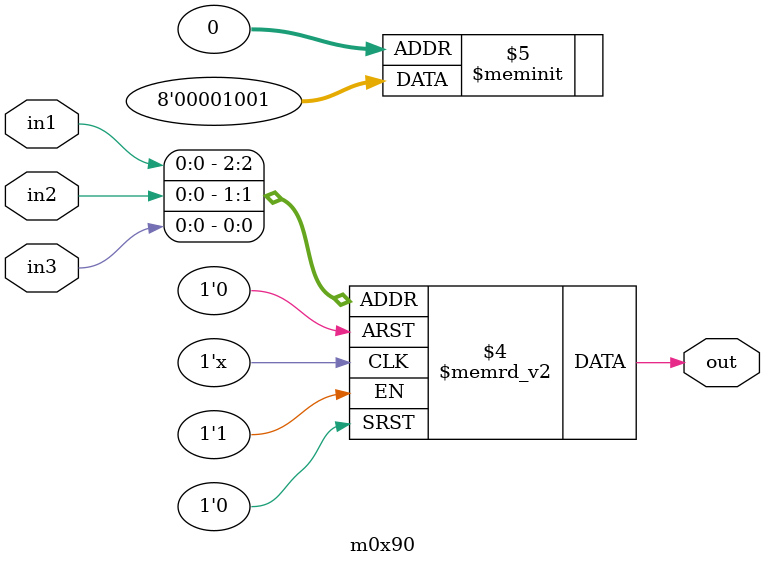
<source format=v>
module m0x90(output out, input in1, in2, in3);

   always @(in1, in2, in3)
     begin
        case({in1, in2, in3})
          3'b000: {out} = 1'b1;
          3'b001: {out} = 1'b0;
          3'b010: {out} = 1'b0;
          3'b011: {out} = 1'b1;
          3'b100: {out} = 1'b0;
          3'b101: {out} = 1'b0;
          3'b110: {out} = 1'b0;
          3'b111: {out} = 1'b0;
        endcase // case ({in1, in2, in3})
     end // always @ (in1, in2, in3)

endmodule // m0x90
</source>
